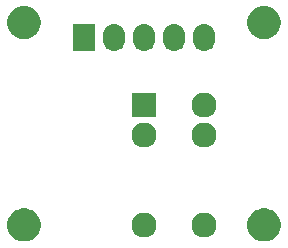
<source format=gbr>
G04 #@! TF.GenerationSoftware,KiCad,Pcbnew,(5.1.2)-2*
G04 #@! TF.CreationDate,2019-12-14T12:33:53+00:00*
G04 #@! TF.ProjectId,PlutoPTT,506c7574-6f50-4545-942e-6b696361645f,rev?*
G04 #@! TF.SameCoordinates,Original*
G04 #@! TF.FileFunction,Soldermask,Bot*
G04 #@! TF.FilePolarity,Negative*
%FSLAX46Y46*%
G04 Gerber Fmt 4.6, Leading zero omitted, Abs format (unit mm)*
G04 Created by KiCad (PCBNEW (5.1.2)-2) date 2019-12-14 12:33:53*
%MOMM*%
%LPD*%
G04 APERTURE LIST*
%ADD10C,0.100000*%
G04 APERTURE END LIST*
D10*
G36*
X60008433Y-55784893D02*
G01*
X60098657Y-55802839D01*
X60204267Y-55846585D01*
X60353621Y-55908449D01*
X60353622Y-55908450D01*
X60583086Y-56061772D01*
X60778228Y-56256914D01*
X60829491Y-56333635D01*
X60931551Y-56486379D01*
X61037161Y-56741344D01*
X61091000Y-57012012D01*
X61091000Y-57287988D01*
X61037161Y-57558656D01*
X60931551Y-57813621D01*
X60880675Y-57889763D01*
X60778228Y-58043086D01*
X60583086Y-58238228D01*
X60429763Y-58340675D01*
X60353621Y-58391551D01*
X60204267Y-58453415D01*
X60098657Y-58497161D01*
X60008433Y-58515107D01*
X59827988Y-58551000D01*
X59552012Y-58551000D01*
X59371567Y-58515107D01*
X59281343Y-58497161D01*
X59175733Y-58453415D01*
X59026379Y-58391551D01*
X58950237Y-58340675D01*
X58796914Y-58238228D01*
X58601772Y-58043086D01*
X58499325Y-57889763D01*
X58448449Y-57813621D01*
X58342839Y-57558656D01*
X58289000Y-57287988D01*
X58289000Y-57012012D01*
X58342839Y-56741344D01*
X58448449Y-56486379D01*
X58550509Y-56333635D01*
X58601772Y-56256914D01*
X58796914Y-56061772D01*
X59026378Y-55908450D01*
X59026379Y-55908449D01*
X59175733Y-55846585D01*
X59281343Y-55802839D01*
X59371567Y-55784893D01*
X59552012Y-55749000D01*
X59827988Y-55749000D01*
X60008433Y-55784893D01*
X60008433Y-55784893D01*
G37*
G36*
X80328433Y-55784893D02*
G01*
X80418657Y-55802839D01*
X80524267Y-55846585D01*
X80673621Y-55908449D01*
X80673622Y-55908450D01*
X80903086Y-56061772D01*
X81098228Y-56256914D01*
X81149491Y-56333635D01*
X81251551Y-56486379D01*
X81357161Y-56741344D01*
X81411000Y-57012012D01*
X81411000Y-57287988D01*
X81357161Y-57558656D01*
X81251551Y-57813621D01*
X81200675Y-57889763D01*
X81098228Y-58043086D01*
X80903086Y-58238228D01*
X80749763Y-58340675D01*
X80673621Y-58391551D01*
X80524267Y-58453415D01*
X80418657Y-58497161D01*
X80328433Y-58515107D01*
X80147988Y-58551000D01*
X79872012Y-58551000D01*
X79691567Y-58515107D01*
X79601343Y-58497161D01*
X79495733Y-58453415D01*
X79346379Y-58391551D01*
X79270237Y-58340675D01*
X79116914Y-58238228D01*
X78921772Y-58043086D01*
X78819325Y-57889763D01*
X78768449Y-57813621D01*
X78662839Y-57558656D01*
X78609000Y-57287988D01*
X78609000Y-57012012D01*
X78662839Y-56741344D01*
X78768449Y-56486379D01*
X78870509Y-56333635D01*
X78921772Y-56256914D01*
X79116914Y-56061772D01*
X79346378Y-55908450D01*
X79346379Y-55908449D01*
X79495733Y-55846585D01*
X79601343Y-55802839D01*
X79691567Y-55784893D01*
X79872012Y-55749000D01*
X80147988Y-55749000D01*
X80328433Y-55784893D01*
X80328433Y-55784893D01*
G37*
G36*
X70156564Y-56139389D02*
G01*
X70347833Y-56218615D01*
X70347835Y-56218616D01*
X70405152Y-56256914D01*
X70519973Y-56333635D01*
X70666365Y-56480027D01*
X70781385Y-56652167D01*
X70860611Y-56843436D01*
X70901000Y-57046484D01*
X70901000Y-57253516D01*
X70860611Y-57456564D01*
X70781385Y-57647833D01*
X70781384Y-57647835D01*
X70666365Y-57819973D01*
X70519973Y-57966365D01*
X70347835Y-58081384D01*
X70347834Y-58081385D01*
X70347833Y-58081385D01*
X70156564Y-58160611D01*
X69953516Y-58201000D01*
X69746484Y-58201000D01*
X69543436Y-58160611D01*
X69352167Y-58081385D01*
X69352166Y-58081385D01*
X69352165Y-58081384D01*
X69180027Y-57966365D01*
X69033635Y-57819973D01*
X68918616Y-57647835D01*
X68918615Y-57647833D01*
X68839389Y-57456564D01*
X68799000Y-57253516D01*
X68799000Y-57046484D01*
X68839389Y-56843436D01*
X68918615Y-56652167D01*
X69033635Y-56480027D01*
X69180027Y-56333635D01*
X69294848Y-56256914D01*
X69352165Y-56218616D01*
X69352167Y-56218615D01*
X69543436Y-56139389D01*
X69746484Y-56099000D01*
X69953516Y-56099000D01*
X70156564Y-56139389D01*
X70156564Y-56139389D01*
G37*
G36*
X75236564Y-56139389D02*
G01*
X75427833Y-56218615D01*
X75427835Y-56218616D01*
X75485152Y-56256914D01*
X75599973Y-56333635D01*
X75746365Y-56480027D01*
X75861385Y-56652167D01*
X75940611Y-56843436D01*
X75981000Y-57046484D01*
X75981000Y-57253516D01*
X75940611Y-57456564D01*
X75861385Y-57647833D01*
X75861384Y-57647835D01*
X75746365Y-57819973D01*
X75599973Y-57966365D01*
X75427835Y-58081384D01*
X75427834Y-58081385D01*
X75427833Y-58081385D01*
X75236564Y-58160611D01*
X75033516Y-58201000D01*
X74826484Y-58201000D01*
X74623436Y-58160611D01*
X74432167Y-58081385D01*
X74432166Y-58081385D01*
X74432165Y-58081384D01*
X74260027Y-57966365D01*
X74113635Y-57819973D01*
X73998616Y-57647835D01*
X73998615Y-57647833D01*
X73919389Y-57456564D01*
X73879000Y-57253516D01*
X73879000Y-57046484D01*
X73919389Y-56843436D01*
X73998615Y-56652167D01*
X74113635Y-56480027D01*
X74260027Y-56333635D01*
X74374848Y-56256914D01*
X74432165Y-56218616D01*
X74432167Y-56218615D01*
X74623436Y-56139389D01*
X74826484Y-56099000D01*
X75033516Y-56099000D01*
X75236564Y-56139389D01*
X75236564Y-56139389D01*
G37*
G36*
X75236564Y-48519389D02*
G01*
X75427833Y-48598615D01*
X75427835Y-48598616D01*
X75599973Y-48713635D01*
X75746365Y-48860027D01*
X75861385Y-49032167D01*
X75940611Y-49223436D01*
X75981000Y-49426484D01*
X75981000Y-49633516D01*
X75940611Y-49836564D01*
X75861385Y-50027833D01*
X75861384Y-50027835D01*
X75746365Y-50199973D01*
X75599973Y-50346365D01*
X75427835Y-50461384D01*
X75427834Y-50461385D01*
X75427833Y-50461385D01*
X75236564Y-50540611D01*
X75033516Y-50581000D01*
X74826484Y-50581000D01*
X74623436Y-50540611D01*
X74432167Y-50461385D01*
X74432166Y-50461385D01*
X74432165Y-50461384D01*
X74260027Y-50346365D01*
X74113635Y-50199973D01*
X73998616Y-50027835D01*
X73998615Y-50027833D01*
X73919389Y-49836564D01*
X73879000Y-49633516D01*
X73879000Y-49426484D01*
X73919389Y-49223436D01*
X73998615Y-49032167D01*
X74113635Y-48860027D01*
X74260027Y-48713635D01*
X74432165Y-48598616D01*
X74432167Y-48598615D01*
X74623436Y-48519389D01*
X74826484Y-48479000D01*
X75033516Y-48479000D01*
X75236564Y-48519389D01*
X75236564Y-48519389D01*
G37*
G36*
X70156564Y-48519389D02*
G01*
X70347833Y-48598615D01*
X70347835Y-48598616D01*
X70519973Y-48713635D01*
X70666365Y-48860027D01*
X70781385Y-49032167D01*
X70860611Y-49223436D01*
X70901000Y-49426484D01*
X70901000Y-49633516D01*
X70860611Y-49836564D01*
X70781385Y-50027833D01*
X70781384Y-50027835D01*
X70666365Y-50199973D01*
X70519973Y-50346365D01*
X70347835Y-50461384D01*
X70347834Y-50461385D01*
X70347833Y-50461385D01*
X70156564Y-50540611D01*
X69953516Y-50581000D01*
X69746484Y-50581000D01*
X69543436Y-50540611D01*
X69352167Y-50461385D01*
X69352166Y-50461385D01*
X69352165Y-50461384D01*
X69180027Y-50346365D01*
X69033635Y-50199973D01*
X68918616Y-50027835D01*
X68918615Y-50027833D01*
X68839389Y-49836564D01*
X68799000Y-49633516D01*
X68799000Y-49426484D01*
X68839389Y-49223436D01*
X68918615Y-49032167D01*
X69033635Y-48860027D01*
X69180027Y-48713635D01*
X69352165Y-48598616D01*
X69352167Y-48598615D01*
X69543436Y-48519389D01*
X69746484Y-48479000D01*
X69953516Y-48479000D01*
X70156564Y-48519389D01*
X70156564Y-48519389D01*
G37*
G36*
X75236564Y-45979389D02*
G01*
X75427833Y-46058615D01*
X75427835Y-46058616D01*
X75599973Y-46173635D01*
X75746365Y-46320027D01*
X75861385Y-46492167D01*
X75940611Y-46683436D01*
X75981000Y-46886484D01*
X75981000Y-47093516D01*
X75940611Y-47296564D01*
X75861385Y-47487833D01*
X75861384Y-47487835D01*
X75746365Y-47659973D01*
X75599973Y-47806365D01*
X75427835Y-47921384D01*
X75427834Y-47921385D01*
X75427833Y-47921385D01*
X75236564Y-48000611D01*
X75033516Y-48041000D01*
X74826484Y-48041000D01*
X74623436Y-48000611D01*
X74432167Y-47921385D01*
X74432166Y-47921385D01*
X74432165Y-47921384D01*
X74260027Y-47806365D01*
X74113635Y-47659973D01*
X73998616Y-47487835D01*
X73998615Y-47487833D01*
X73919389Y-47296564D01*
X73879000Y-47093516D01*
X73879000Y-46886484D01*
X73919389Y-46683436D01*
X73998615Y-46492167D01*
X74113635Y-46320027D01*
X74260027Y-46173635D01*
X74432165Y-46058616D01*
X74432167Y-46058615D01*
X74623436Y-45979389D01*
X74826484Y-45939000D01*
X75033516Y-45939000D01*
X75236564Y-45979389D01*
X75236564Y-45979389D01*
G37*
G36*
X70901000Y-48041000D02*
G01*
X68799000Y-48041000D01*
X68799000Y-45939000D01*
X70901000Y-45939000D01*
X70901000Y-48041000D01*
X70901000Y-48041000D01*
G37*
G36*
X67490547Y-40137326D02*
G01*
X67664156Y-40189990D01*
X67664158Y-40189991D01*
X67824155Y-40275511D01*
X67964397Y-40390603D01*
X68043729Y-40487271D01*
X68079489Y-40530844D01*
X68165010Y-40690843D01*
X68217674Y-40864452D01*
X68231000Y-40999756D01*
X68231000Y-41550243D01*
X68217674Y-41685548D01*
X68165010Y-41859157D01*
X68079489Y-42019156D01*
X68043729Y-42062729D01*
X67964397Y-42159397D01*
X67867729Y-42238729D01*
X67824156Y-42274489D01*
X67664157Y-42360010D01*
X67490548Y-42412674D01*
X67310000Y-42430456D01*
X67129453Y-42412674D01*
X66955844Y-42360010D01*
X66795845Y-42274489D01*
X66752272Y-42238729D01*
X66655604Y-42159397D01*
X66540513Y-42019157D01*
X66540512Y-42019155D01*
X66454990Y-41859157D01*
X66402326Y-41685548D01*
X66389000Y-41550244D01*
X66389000Y-40999757D01*
X66402326Y-40864453D01*
X66454990Y-40690844D01*
X66540511Y-40530845D01*
X66540512Y-40530844D01*
X66655603Y-40390603D01*
X66752271Y-40311271D01*
X66795844Y-40275511D01*
X66955843Y-40189990D01*
X67129452Y-40137326D01*
X67310000Y-40119544D01*
X67490547Y-40137326D01*
X67490547Y-40137326D01*
G37*
G36*
X70030547Y-40137326D02*
G01*
X70204156Y-40189990D01*
X70204158Y-40189991D01*
X70364155Y-40275511D01*
X70504397Y-40390603D01*
X70583729Y-40487271D01*
X70619489Y-40530844D01*
X70705010Y-40690843D01*
X70757674Y-40864452D01*
X70771000Y-40999756D01*
X70771000Y-41550243D01*
X70757674Y-41685548D01*
X70705010Y-41859157D01*
X70619489Y-42019156D01*
X70583729Y-42062729D01*
X70504397Y-42159397D01*
X70407729Y-42238729D01*
X70364156Y-42274489D01*
X70204157Y-42360010D01*
X70030548Y-42412674D01*
X69850000Y-42430456D01*
X69669453Y-42412674D01*
X69495844Y-42360010D01*
X69335845Y-42274489D01*
X69292272Y-42238729D01*
X69195604Y-42159397D01*
X69080513Y-42019157D01*
X69080512Y-42019155D01*
X68994990Y-41859157D01*
X68942326Y-41685548D01*
X68929000Y-41550244D01*
X68929000Y-40999757D01*
X68942326Y-40864453D01*
X68994990Y-40690844D01*
X69080511Y-40530845D01*
X69080512Y-40530844D01*
X69195603Y-40390603D01*
X69292271Y-40311271D01*
X69335844Y-40275511D01*
X69495843Y-40189990D01*
X69669452Y-40137326D01*
X69850000Y-40119544D01*
X70030547Y-40137326D01*
X70030547Y-40137326D01*
G37*
G36*
X72570547Y-40137326D02*
G01*
X72744156Y-40189990D01*
X72744158Y-40189991D01*
X72904155Y-40275511D01*
X73044397Y-40390603D01*
X73123729Y-40487271D01*
X73159489Y-40530844D01*
X73245010Y-40690843D01*
X73297674Y-40864452D01*
X73311000Y-40999756D01*
X73311000Y-41550243D01*
X73297674Y-41685548D01*
X73245010Y-41859157D01*
X73159489Y-42019156D01*
X73123729Y-42062729D01*
X73044397Y-42159397D01*
X72947729Y-42238729D01*
X72904156Y-42274489D01*
X72744157Y-42360010D01*
X72570548Y-42412674D01*
X72390000Y-42430456D01*
X72209453Y-42412674D01*
X72035844Y-42360010D01*
X71875845Y-42274489D01*
X71832272Y-42238729D01*
X71735604Y-42159397D01*
X71620513Y-42019157D01*
X71620512Y-42019155D01*
X71534990Y-41859157D01*
X71482326Y-41685548D01*
X71469000Y-41550244D01*
X71469000Y-40999757D01*
X71482326Y-40864453D01*
X71534990Y-40690844D01*
X71620511Y-40530845D01*
X71620512Y-40530844D01*
X71735603Y-40390603D01*
X71832271Y-40311271D01*
X71875844Y-40275511D01*
X72035843Y-40189990D01*
X72209452Y-40137326D01*
X72390000Y-40119544D01*
X72570547Y-40137326D01*
X72570547Y-40137326D01*
G37*
G36*
X75110547Y-40137326D02*
G01*
X75284156Y-40189990D01*
X75284158Y-40189991D01*
X75444155Y-40275511D01*
X75584397Y-40390603D01*
X75663729Y-40487271D01*
X75699489Y-40530844D01*
X75785010Y-40690843D01*
X75837674Y-40864452D01*
X75851000Y-40999756D01*
X75851000Y-41550243D01*
X75837674Y-41685548D01*
X75785010Y-41859157D01*
X75699489Y-42019156D01*
X75663729Y-42062729D01*
X75584397Y-42159397D01*
X75487729Y-42238729D01*
X75444156Y-42274489D01*
X75284157Y-42360010D01*
X75110548Y-42412674D01*
X74930000Y-42430456D01*
X74749453Y-42412674D01*
X74575844Y-42360010D01*
X74415845Y-42274489D01*
X74372272Y-42238729D01*
X74275604Y-42159397D01*
X74160513Y-42019157D01*
X74160512Y-42019155D01*
X74074990Y-41859157D01*
X74022326Y-41685548D01*
X74009000Y-41550244D01*
X74009000Y-40999757D01*
X74022326Y-40864453D01*
X74074990Y-40690844D01*
X74160511Y-40530845D01*
X74160512Y-40530844D01*
X74275603Y-40390603D01*
X74372271Y-40311271D01*
X74415844Y-40275511D01*
X74575843Y-40189990D01*
X74749452Y-40137326D01*
X74930000Y-40119544D01*
X75110547Y-40137326D01*
X75110547Y-40137326D01*
G37*
G36*
X65691000Y-42426000D02*
G01*
X63849000Y-42426000D01*
X63849000Y-40124000D01*
X65691000Y-40124000D01*
X65691000Y-42426000D01*
X65691000Y-42426000D01*
G37*
G36*
X60008433Y-38639893D02*
G01*
X60098657Y-38657839D01*
X60204267Y-38701585D01*
X60353621Y-38763449D01*
X60353622Y-38763450D01*
X60583086Y-38916772D01*
X60778228Y-39111914D01*
X60880675Y-39265237D01*
X60931551Y-39341379D01*
X61037161Y-39596344D01*
X61091000Y-39867012D01*
X61091000Y-40142988D01*
X61037161Y-40413656D01*
X60931551Y-40668621D01*
X60916702Y-40690844D01*
X60778228Y-40898086D01*
X60583086Y-41093228D01*
X60429763Y-41195675D01*
X60353621Y-41246551D01*
X60204267Y-41308415D01*
X60098657Y-41352161D01*
X60008433Y-41370107D01*
X59827988Y-41406000D01*
X59552012Y-41406000D01*
X59371567Y-41370107D01*
X59281343Y-41352161D01*
X59175733Y-41308415D01*
X59026379Y-41246551D01*
X58950237Y-41195675D01*
X58796914Y-41093228D01*
X58601772Y-40898086D01*
X58463298Y-40690844D01*
X58448449Y-40668621D01*
X58342839Y-40413656D01*
X58289000Y-40142988D01*
X58289000Y-39867012D01*
X58342839Y-39596344D01*
X58448449Y-39341379D01*
X58499325Y-39265237D01*
X58601772Y-39111914D01*
X58796914Y-38916772D01*
X59026378Y-38763450D01*
X59026379Y-38763449D01*
X59175733Y-38701585D01*
X59281343Y-38657839D01*
X59371567Y-38639893D01*
X59552012Y-38604000D01*
X59827988Y-38604000D01*
X60008433Y-38639893D01*
X60008433Y-38639893D01*
G37*
G36*
X80328433Y-38639893D02*
G01*
X80418657Y-38657839D01*
X80524267Y-38701585D01*
X80673621Y-38763449D01*
X80673622Y-38763450D01*
X80903086Y-38916772D01*
X81098228Y-39111914D01*
X81200675Y-39265237D01*
X81251551Y-39341379D01*
X81357161Y-39596344D01*
X81411000Y-39867012D01*
X81411000Y-40142988D01*
X81357161Y-40413656D01*
X81251551Y-40668621D01*
X81236702Y-40690844D01*
X81098228Y-40898086D01*
X80903086Y-41093228D01*
X80749763Y-41195675D01*
X80673621Y-41246551D01*
X80524267Y-41308415D01*
X80418657Y-41352161D01*
X80328433Y-41370107D01*
X80147988Y-41406000D01*
X79872012Y-41406000D01*
X79691567Y-41370107D01*
X79601343Y-41352161D01*
X79495733Y-41308415D01*
X79346379Y-41246551D01*
X79270237Y-41195675D01*
X79116914Y-41093228D01*
X78921772Y-40898086D01*
X78783298Y-40690844D01*
X78768449Y-40668621D01*
X78662839Y-40413656D01*
X78609000Y-40142988D01*
X78609000Y-39867012D01*
X78662839Y-39596344D01*
X78768449Y-39341379D01*
X78819325Y-39265237D01*
X78921772Y-39111914D01*
X79116914Y-38916772D01*
X79346378Y-38763450D01*
X79346379Y-38763449D01*
X79495733Y-38701585D01*
X79601343Y-38657839D01*
X79691567Y-38639893D01*
X79872012Y-38604000D01*
X80147988Y-38604000D01*
X80328433Y-38639893D01*
X80328433Y-38639893D01*
G37*
M02*

</source>
